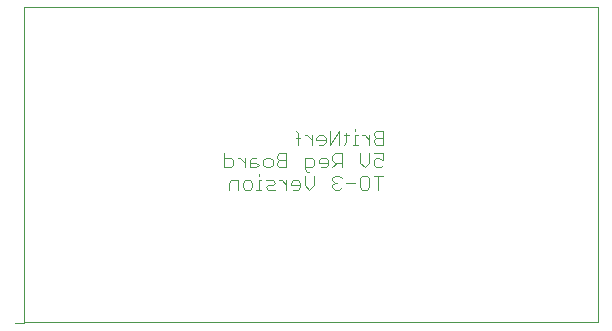
<source format=gbo>
G75*
%MOIN*%
%OFA0B0*%
%FSLAX25Y25*%
%IPPOS*%
%LPD*%
%AMOC8*
5,1,8,0,0,1.08239X$1,22.5*
%
%ADD10C,0.00000*%
%ADD11C,0.00400*%
D10*
X0001125Y0002967D02*
X0001125Y0003067D01*
X0001075Y0003067D01*
X0001059Y0003050D01*
X0001059Y0003017D01*
X0001075Y0003000D01*
X0001125Y0003000D01*
X0001151Y0003000D02*
X0001151Y0003050D01*
X0001168Y0003067D01*
X0001184Y0003050D01*
X0001184Y0003000D01*
X0001218Y0003000D02*
X0001218Y0003067D01*
X0001201Y0003067D01*
X0001184Y0003050D01*
X0001243Y0003050D02*
X0001260Y0003067D01*
X0001310Y0003067D01*
X0001310Y0003100D02*
X0001310Y0003000D01*
X0001260Y0003000D01*
X0001243Y0003017D01*
X0001243Y0003050D01*
X0001339Y0003017D02*
X0001339Y0003000D01*
X0001356Y0003000D01*
X0001356Y0003017D01*
X0001339Y0003017D01*
X0001381Y0003017D02*
X0001398Y0003033D01*
X0001431Y0003033D01*
X0001448Y0003050D01*
X0001431Y0003067D01*
X0001381Y0003067D01*
X0001381Y0003017D02*
X0001398Y0003000D01*
X0001448Y0003000D01*
X0001473Y0003017D02*
X0001490Y0003033D01*
X0001523Y0003033D01*
X0001540Y0003050D01*
X0001523Y0003067D01*
X0001473Y0003067D01*
X0001473Y0003017D02*
X0001490Y0003000D01*
X0001540Y0003000D01*
X0001565Y0003033D02*
X0001632Y0003033D01*
X0001632Y0003017D02*
X0001632Y0003050D01*
X0001615Y0003067D01*
X0001582Y0003067D01*
X0001565Y0003050D01*
X0001565Y0003033D01*
X0001582Y0003000D02*
X0001615Y0003000D01*
X0001632Y0003017D01*
X0001659Y0003067D02*
X0001675Y0003067D01*
X0001709Y0003033D01*
X0001709Y0003000D02*
X0001709Y0003067D01*
X0001734Y0003067D02*
X0001784Y0003067D01*
X0001801Y0003050D01*
X0001801Y0003017D01*
X0001784Y0003000D01*
X0001734Y0003000D01*
X0001734Y0003100D01*
X0001826Y0003100D02*
X0001826Y0003000D01*
X0001876Y0003000D01*
X0001893Y0003017D01*
X0001893Y0003050D01*
X0001876Y0003067D01*
X0001826Y0003067D01*
X0001918Y0003050D02*
X0001918Y0003000D01*
X0001968Y0003000D01*
X0001985Y0003017D01*
X0001968Y0003033D01*
X0001918Y0003033D01*
X0001918Y0003050D02*
X0001935Y0003067D01*
X0001968Y0003067D01*
X0002010Y0003050D02*
X0002077Y0003050D01*
X0002102Y0003067D02*
X0002102Y0003017D01*
X0002119Y0003000D01*
X0002136Y0003017D01*
X0002152Y0003000D01*
X0002169Y0003017D01*
X0002169Y0003067D01*
X0002194Y0003050D02*
X0002261Y0003050D01*
X0002286Y0003050D02*
X0002303Y0003067D01*
X0002337Y0003067D01*
X0002353Y0003050D01*
X0002353Y0003017D01*
X0002337Y0003000D01*
X0002303Y0003000D01*
X0002286Y0003017D01*
X0002286Y0003050D01*
X0002379Y0003067D02*
X0002429Y0003067D01*
X0002445Y0003050D01*
X0002445Y0003017D01*
X0002429Y0003000D01*
X0002379Y0003000D01*
X0002379Y0002983D02*
X0002379Y0003067D01*
X0002379Y0002983D02*
X0002395Y0002967D01*
X0002412Y0002967D01*
X0002471Y0003017D02*
X0002471Y0003050D01*
X0002487Y0003067D01*
X0002521Y0003067D01*
X0002537Y0003050D01*
X0002537Y0003017D01*
X0002521Y0003000D01*
X0002487Y0003000D01*
X0002471Y0003017D01*
X0002565Y0003000D02*
X0002599Y0003000D01*
X0002582Y0003000D02*
X0002582Y0003100D01*
X0002599Y0003100D01*
X0002641Y0003067D02*
X0002674Y0003067D01*
X0002691Y0003050D01*
X0002691Y0003017D01*
X0002674Y0003000D01*
X0002641Y0003000D01*
X0002624Y0003017D01*
X0002624Y0003050D01*
X0002641Y0003067D01*
X0002716Y0003050D02*
X0002716Y0003000D01*
X0002716Y0003050D02*
X0002733Y0003067D01*
X0002783Y0003067D01*
X0002783Y0003000D01*
X0002808Y0003017D02*
X0002808Y0003050D01*
X0002825Y0003067D01*
X0002858Y0003067D01*
X0002875Y0003050D01*
X0002875Y0003017D01*
X0002858Y0003000D01*
X0002825Y0003000D01*
X0002808Y0003017D01*
X0002900Y0003000D02*
X0002900Y0003050D01*
X0002917Y0003067D01*
X0002934Y0003050D01*
X0002934Y0003000D01*
X0002967Y0003000D02*
X0002967Y0003067D01*
X0002950Y0003067D01*
X0002934Y0003050D01*
X0002992Y0003100D02*
X0003059Y0003000D01*
X0003084Y0003017D02*
X0003084Y0003050D01*
X0003101Y0003067D01*
X0003134Y0003067D01*
X0003151Y0003050D01*
X0003151Y0003017D01*
X0003134Y0003000D01*
X0003101Y0003000D01*
X0003084Y0003017D01*
X0003177Y0003000D02*
X0003227Y0003000D01*
X0003243Y0003017D01*
X0003243Y0003050D01*
X0003227Y0003067D01*
X0003177Y0003067D01*
X0003177Y0002983D01*
X0003193Y0002967D01*
X0003210Y0002967D01*
X0003269Y0003017D02*
X0003269Y0003050D01*
X0003285Y0003067D01*
X0003319Y0003067D01*
X0003335Y0003050D01*
X0003335Y0003017D01*
X0003319Y0003000D01*
X0003285Y0003000D01*
X0003269Y0003017D01*
X0003361Y0003000D02*
X0003427Y0003000D01*
X0003427Y0003100D01*
X0003453Y0003100D02*
X0003519Y0003000D01*
X0003545Y0003000D02*
X0003595Y0003000D01*
X0003612Y0003017D01*
X0003612Y0003050D01*
X0003595Y0003067D01*
X0003545Y0003067D01*
X0003637Y0003050D02*
X0003637Y0003000D01*
X0003687Y0003000D01*
X0003704Y0003017D01*
X0003687Y0003033D01*
X0003637Y0003033D01*
X0003637Y0003050D02*
X0003654Y0003067D01*
X0003687Y0003067D01*
X0003729Y0003100D02*
X0003796Y0003100D01*
X0003824Y0003100D02*
X0003840Y0003083D01*
X0003840Y0003000D01*
X0003857Y0003050D02*
X0003824Y0003050D01*
X0003885Y0003050D02*
X0003918Y0003050D01*
X0003944Y0003050D02*
X0003961Y0003067D01*
X0003994Y0003067D01*
X0004011Y0003050D01*
X0004011Y0003017D01*
X0003994Y0003000D01*
X0003961Y0003000D01*
X0003944Y0003017D01*
X0003944Y0003050D01*
X0003902Y0003083D02*
X0003885Y0003100D01*
X0003902Y0003083D02*
X0003902Y0003000D01*
X0004036Y0003017D02*
X0004053Y0003000D01*
X0004103Y0003000D01*
X0004103Y0003100D01*
X0004053Y0003100D01*
X0004036Y0003083D01*
X0004036Y0003067D01*
X0004053Y0003050D01*
X0004103Y0003050D01*
X0004053Y0003050D02*
X0004036Y0003033D01*
X0004036Y0003017D01*
X0004128Y0003100D02*
X0004195Y0003000D01*
X0004224Y0003000D02*
X0004241Y0003000D01*
X0004241Y0003017D01*
X0004224Y0003017D01*
X0004224Y0003000D01*
X0004224Y0003050D02*
X0004241Y0003050D01*
X0004241Y0003067D01*
X0004224Y0003067D01*
X0004224Y0003050D01*
X0004266Y0003083D02*
X0004266Y0003100D01*
X0004266Y0003083D02*
X0004299Y0003050D01*
X0004299Y0003000D01*
X0004299Y0003050D02*
X0004333Y0003083D01*
X0004333Y0003100D01*
X0004333Y0003250D02*
X0004333Y0108211D01*
X0195534Y0108211D01*
X0195534Y0003250D01*
X0004333Y0003250D01*
X0003762Y0003100D02*
X0003762Y0003000D01*
D11*
X0072472Y0047450D02*
X0072472Y0049752D01*
X0073240Y0050519D01*
X0075542Y0050519D01*
X0075542Y0047450D01*
X0077076Y0048217D02*
X0077076Y0049752D01*
X0077844Y0050519D01*
X0079378Y0050519D01*
X0080146Y0049752D01*
X0080146Y0048217D01*
X0079378Y0047450D01*
X0077844Y0047450D01*
X0077076Y0048217D01*
X0081680Y0047450D02*
X0083215Y0047450D01*
X0082448Y0047450D02*
X0082448Y0050519D01*
X0083215Y0050519D01*
X0084749Y0050519D02*
X0087051Y0050519D01*
X0087819Y0049752D01*
X0087051Y0048985D01*
X0085517Y0048985D01*
X0084749Y0048217D01*
X0085517Y0047450D01*
X0087819Y0047450D01*
X0089353Y0050519D02*
X0090121Y0050519D01*
X0091655Y0048985D01*
X0091655Y0050519D02*
X0091655Y0047450D01*
X0093190Y0048985D02*
X0096259Y0048985D01*
X0096259Y0049752D02*
X0096259Y0048217D01*
X0095492Y0047450D01*
X0093957Y0047450D01*
X0093190Y0048985D02*
X0093190Y0049752D01*
X0093957Y0050519D01*
X0095492Y0050519D01*
X0096259Y0049752D01*
X0097794Y0048985D02*
X0097794Y0052054D01*
X0098561Y0053415D02*
X0097794Y0054183D01*
X0097794Y0058019D01*
X0100096Y0058019D01*
X0100863Y0057252D01*
X0100863Y0055717D01*
X0100096Y0054950D01*
X0097794Y0054950D01*
X0098561Y0053415D02*
X0099329Y0053415D01*
X0100863Y0052054D02*
X0100863Y0048985D01*
X0099329Y0047450D01*
X0097794Y0048985D01*
X0103165Y0054950D02*
X0104700Y0054950D01*
X0105467Y0055717D01*
X0105467Y0057252D01*
X0104700Y0058019D01*
X0103165Y0058019D01*
X0102398Y0057252D01*
X0102398Y0056485D01*
X0105467Y0056485D01*
X0107002Y0057252D02*
X0107769Y0056485D01*
X0110071Y0056485D01*
X0108536Y0056485D02*
X0107002Y0054950D01*
X0107769Y0052054D02*
X0107002Y0051287D01*
X0107002Y0050519D01*
X0107769Y0049752D01*
X0107002Y0048985D01*
X0107002Y0048217D01*
X0107769Y0047450D01*
X0109304Y0047450D01*
X0110071Y0048217D01*
X0108536Y0049752D02*
X0107769Y0049752D01*
X0107769Y0052054D02*
X0109304Y0052054D01*
X0110071Y0051287D01*
X0111606Y0049752D02*
X0114675Y0049752D01*
X0116210Y0051287D02*
X0116977Y0052054D01*
X0118512Y0052054D01*
X0119279Y0051287D01*
X0119279Y0048217D01*
X0118512Y0047450D01*
X0116977Y0047450D01*
X0116210Y0048217D01*
X0116210Y0051287D01*
X0120814Y0052054D02*
X0123883Y0052054D01*
X0122348Y0052054D02*
X0122348Y0047450D01*
X0121581Y0054950D02*
X0123116Y0054950D01*
X0123883Y0055717D01*
X0123883Y0057252D02*
X0122348Y0058019D01*
X0121581Y0058019D01*
X0120814Y0057252D01*
X0120814Y0055717D01*
X0121581Y0054950D01*
X0119279Y0056485D02*
X0117744Y0054950D01*
X0116210Y0056485D01*
X0116210Y0059554D01*
X0119279Y0059554D02*
X0119279Y0056485D01*
X0120814Y0059554D02*
X0123883Y0059554D01*
X0123883Y0057252D01*
X0123883Y0062450D02*
X0121581Y0062450D01*
X0120814Y0063217D01*
X0120814Y0063985D01*
X0121581Y0064752D01*
X0123883Y0064752D01*
X0123883Y0067054D02*
X0121581Y0067054D01*
X0120814Y0066287D01*
X0120814Y0065519D01*
X0121581Y0064752D01*
X0119279Y0065519D02*
X0119279Y0062450D01*
X0119279Y0063985D02*
X0117744Y0065519D01*
X0116977Y0065519D01*
X0115442Y0065519D02*
X0114675Y0065519D01*
X0114675Y0062450D01*
X0115442Y0062450D02*
X0113908Y0062450D01*
X0111606Y0063217D02*
X0110838Y0062450D01*
X0111606Y0063217D02*
X0111606Y0066287D01*
X0112373Y0065519D02*
X0110838Y0065519D01*
X0109304Y0067054D02*
X0106234Y0062450D01*
X0106234Y0067054D01*
X0109304Y0067054D02*
X0109304Y0062450D01*
X0110071Y0059554D02*
X0107769Y0059554D01*
X0107002Y0058787D01*
X0107002Y0057252D01*
X0110071Y0054950D02*
X0110071Y0059554D01*
X0104700Y0063217D02*
X0104700Y0064752D01*
X0103932Y0065519D01*
X0102398Y0065519D01*
X0101631Y0064752D01*
X0101631Y0063985D01*
X0104700Y0063985D01*
X0104700Y0063217D02*
X0103932Y0062450D01*
X0102398Y0062450D01*
X0100096Y0062450D02*
X0100096Y0065519D01*
X0100096Y0063985D02*
X0098561Y0065519D01*
X0097794Y0065519D01*
X0096259Y0064752D02*
X0094725Y0064752D01*
X0095492Y0066287D02*
X0095492Y0062450D01*
X0091655Y0059554D02*
X0089353Y0059554D01*
X0088586Y0058787D01*
X0088586Y0058019D01*
X0089353Y0057252D01*
X0091655Y0057252D01*
X0089353Y0057252D02*
X0088586Y0056485D01*
X0088586Y0055717D01*
X0089353Y0054950D01*
X0091655Y0054950D01*
X0091655Y0059554D01*
X0087051Y0057252D02*
X0087051Y0055717D01*
X0086284Y0054950D01*
X0084749Y0054950D01*
X0083982Y0055717D01*
X0083982Y0057252D01*
X0084749Y0058019D01*
X0086284Y0058019D01*
X0087051Y0057252D01*
X0082447Y0055717D02*
X0081680Y0054950D01*
X0079378Y0054950D01*
X0079378Y0057252D01*
X0080146Y0058019D01*
X0081680Y0058019D01*
X0081680Y0056485D02*
X0079378Y0056485D01*
X0077844Y0056485D02*
X0076309Y0058019D01*
X0075542Y0058019D01*
X0074007Y0057252D02*
X0073240Y0058019D01*
X0070938Y0058019D01*
X0074007Y0057252D02*
X0074007Y0055717D01*
X0073240Y0054950D01*
X0070938Y0054950D01*
X0070938Y0059554D01*
X0077844Y0058019D02*
X0077844Y0054950D01*
X0081680Y0056485D02*
X0082447Y0055717D01*
X0082448Y0052821D02*
X0082448Y0052054D01*
X0095492Y0066287D02*
X0094725Y0067054D01*
X0114675Y0067054D02*
X0114675Y0067821D01*
X0123883Y0067054D02*
X0123883Y0062450D01*
M02*

</source>
